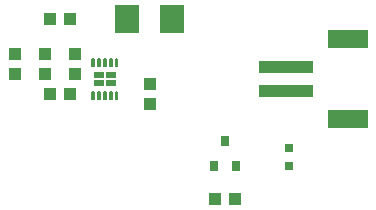
<source format=gbr>
G04 EAGLE Gerber X2 export*
%TF.Part,Single*%
%TF.FileFunction,Paste,Top*%
%TF.FilePolarity,Positive*%
%TF.GenerationSoftware,Autodesk,EAGLE,9.1.0*%
%TF.CreationDate,2019-04-25T21:03:21Z*%
G75*
%MOMM*%
%FSLAX34Y34*%
%LPD*%
%AMOC8*
5,1,8,0,0,1.08239X$1,22.5*%
G01*
%ADD10R,1.000000X1.100000*%
%ADD11R,1.100000X1.000000*%
%ADD12R,4.600000X1.000000*%
%ADD13R,3.400000X1.600000*%
%ADD14R,2.000000X2.400000*%
%ADD15R,0.800000X0.800000*%
%ADD16R,0.800000X0.900000*%
%ADD17R,0.809997X0.529997*%
%ADD18R,0.811787X0.529822*%
%ADD19R,0.809919X0.530550*%
%ADD20R,0.811163X0.530803*%
%ADD21C,0.137800*%


D10*
X444500Y105800D03*
X444500Y122800D03*
X330200Y148200D03*
X330200Y131200D03*
X381000Y148200D03*
X381000Y131200D03*
X355600Y148200D03*
X355600Y131200D03*
D11*
X376800Y114300D03*
X359800Y114300D03*
D12*
X559900Y137000D03*
X559900Y117000D03*
D13*
X611900Y161000D03*
X611900Y93000D03*
D14*
X425500Y177800D03*
X463500Y177800D03*
D15*
X562600Y53300D03*
X562600Y68300D03*
D16*
X498500Y53500D03*
X517500Y53500D03*
X508000Y74500D03*
D11*
X359800Y177800D03*
X376800Y177800D03*
X499500Y25400D03*
X516500Y25400D03*
D17*
X411350Y123450D03*
D18*
X401441Y123449D03*
D19*
X411350Y130553D03*
D20*
X401444Y130554D03*
D21*
X415789Y137739D02*
X415789Y143961D01*
X417011Y143961D01*
X417011Y137739D01*
X415789Y137739D01*
X415789Y139048D02*
X417011Y139048D01*
X417011Y140357D02*
X415789Y140357D01*
X415789Y141666D02*
X417011Y141666D01*
X417011Y142975D02*
X415789Y142975D01*
X410789Y143961D02*
X410789Y137739D01*
X410789Y143961D02*
X412011Y143961D01*
X412011Y137739D01*
X410789Y137739D01*
X410789Y139048D02*
X412011Y139048D01*
X412011Y140357D02*
X410789Y140357D01*
X410789Y141666D02*
X412011Y141666D01*
X412011Y142975D02*
X410789Y142975D01*
X405789Y143961D02*
X405789Y137739D01*
X405789Y143961D02*
X407011Y143961D01*
X407011Y137739D01*
X405789Y137739D01*
X405789Y139048D02*
X407011Y139048D01*
X407011Y140357D02*
X405789Y140357D01*
X405789Y141666D02*
X407011Y141666D01*
X407011Y142975D02*
X405789Y142975D01*
X400789Y143961D02*
X400789Y137739D01*
X400789Y143961D02*
X402011Y143961D01*
X402011Y137739D01*
X400789Y137739D01*
X400789Y139048D02*
X402011Y139048D01*
X402011Y140357D02*
X400789Y140357D01*
X400789Y141666D02*
X402011Y141666D01*
X402011Y142975D02*
X400789Y142975D01*
X395789Y143961D02*
X395789Y137739D01*
X395789Y143961D02*
X397011Y143961D01*
X397011Y137739D01*
X395789Y137739D01*
X395789Y139048D02*
X397011Y139048D01*
X397011Y140357D02*
X395789Y140357D01*
X395789Y141666D02*
X397011Y141666D01*
X397011Y142975D02*
X395789Y142975D01*
X397011Y116261D02*
X397011Y110039D01*
X395789Y110039D01*
X395789Y116261D01*
X397011Y116261D01*
X397011Y111348D02*
X395789Y111348D01*
X395789Y112657D02*
X397011Y112657D01*
X397011Y113966D02*
X395789Y113966D01*
X395789Y115275D02*
X397011Y115275D01*
X402011Y116261D02*
X402011Y110039D01*
X400789Y110039D01*
X400789Y116261D01*
X402011Y116261D01*
X402011Y111348D02*
X400789Y111348D01*
X400789Y112657D02*
X402011Y112657D01*
X402011Y113966D02*
X400789Y113966D01*
X400789Y115275D02*
X402011Y115275D01*
X407011Y116261D02*
X407011Y110039D01*
X405789Y110039D01*
X405789Y116261D01*
X407011Y116261D01*
X407011Y111348D02*
X405789Y111348D01*
X405789Y112657D02*
X407011Y112657D01*
X407011Y113966D02*
X405789Y113966D01*
X405789Y115275D02*
X407011Y115275D01*
X412011Y116261D02*
X412011Y110039D01*
X410789Y110039D01*
X410789Y116261D01*
X412011Y116261D01*
X412011Y111348D02*
X410789Y111348D01*
X410789Y112657D02*
X412011Y112657D01*
X412011Y113966D02*
X410789Y113966D01*
X410789Y115275D02*
X412011Y115275D01*
X417011Y116261D02*
X417011Y110039D01*
X415789Y110039D01*
X415789Y116261D01*
X417011Y116261D01*
X417011Y111348D02*
X415789Y111348D01*
X415789Y112657D02*
X417011Y112657D01*
X417011Y113966D02*
X415789Y113966D01*
X415789Y115275D02*
X417011Y115275D01*
M02*

</source>
